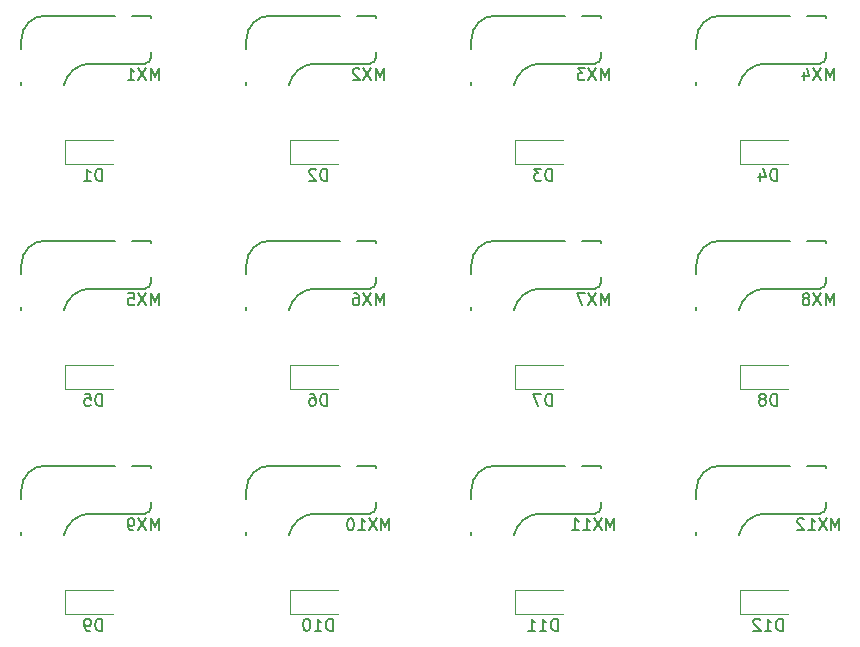
<source format=gbr>
%TF.GenerationSoftware,KiCad,Pcbnew,7.0.6-7.0.6~ubuntu22.10.1*%
%TF.CreationDate,2023-08-12T22:12:45-04:00*%
%TF.ProjectId,ZachEKeyboard,5a616368-454b-4657-9962-6f6172642e6b,rev?*%
%TF.SameCoordinates,Original*%
%TF.FileFunction,Legend,Bot*%
%TF.FilePolarity,Positive*%
%FSLAX46Y46*%
G04 Gerber Fmt 4.6, Leading zero omitted, Abs format (unit mm)*
G04 Created by KiCad (PCBNEW 7.0.6-7.0.6~ubuntu22.10.1) date 2023-08-12 22:12:45*
%MOMM*%
%LPD*%
G01*
G04 APERTURE LIST*
%ADD10C,0.150000*%
%ADD11C,0.120000*%
G04 APERTURE END LIST*
D10*
X134599404Y-101098569D02*
X134599404Y-100098569D01*
X134599404Y-100098569D02*
X134266071Y-100812854D01*
X134266071Y-100812854D02*
X133932738Y-100098569D01*
X133932738Y-100098569D02*
X133932738Y-101098569D01*
X133551785Y-100098569D02*
X132885119Y-101098569D01*
X132885119Y-100098569D02*
X133551785Y-101098569D01*
X131980357Y-101098569D02*
X132551785Y-101098569D01*
X132266071Y-101098569D02*
X132266071Y-100098569D01*
X132266071Y-100098569D02*
X132361309Y-100241426D01*
X132361309Y-100241426D02*
X132456547Y-100336664D01*
X132456547Y-100336664D02*
X132551785Y-100384283D01*
X131599404Y-100193807D02*
X131551785Y-100146188D01*
X131551785Y-100146188D02*
X131456547Y-100098569D01*
X131456547Y-100098569D02*
X131218452Y-100098569D01*
X131218452Y-100098569D02*
X131123214Y-100146188D01*
X131123214Y-100146188D02*
X131075595Y-100193807D01*
X131075595Y-100193807D02*
X131027976Y-100289045D01*
X131027976Y-100289045D02*
X131027976Y-100384283D01*
X131027976Y-100384283D02*
X131075595Y-100527140D01*
X131075595Y-100527140D02*
X131647023Y-101098569D01*
X131647023Y-101098569D02*
X131027976Y-101098569D01*
X115549404Y-101098569D02*
X115549404Y-100098569D01*
X115549404Y-100098569D02*
X115216071Y-100812854D01*
X115216071Y-100812854D02*
X114882738Y-100098569D01*
X114882738Y-100098569D02*
X114882738Y-101098569D01*
X114501785Y-100098569D02*
X113835119Y-101098569D01*
X113835119Y-100098569D02*
X114501785Y-101098569D01*
X112930357Y-101098569D02*
X113501785Y-101098569D01*
X113216071Y-101098569D02*
X113216071Y-100098569D01*
X113216071Y-100098569D02*
X113311309Y-100241426D01*
X113311309Y-100241426D02*
X113406547Y-100336664D01*
X113406547Y-100336664D02*
X113501785Y-100384283D01*
X111977976Y-101098569D02*
X112549404Y-101098569D01*
X112263690Y-101098569D02*
X112263690Y-100098569D01*
X112263690Y-100098569D02*
X112358928Y-100241426D01*
X112358928Y-100241426D02*
X112454166Y-100336664D01*
X112454166Y-100336664D02*
X112549404Y-100384283D01*
X96499404Y-101098569D02*
X96499404Y-100098569D01*
X96499404Y-100098569D02*
X96166071Y-100812854D01*
X96166071Y-100812854D02*
X95832738Y-100098569D01*
X95832738Y-100098569D02*
X95832738Y-101098569D01*
X95451785Y-100098569D02*
X94785119Y-101098569D01*
X94785119Y-100098569D02*
X95451785Y-101098569D01*
X93880357Y-101098569D02*
X94451785Y-101098569D01*
X94166071Y-101098569D02*
X94166071Y-100098569D01*
X94166071Y-100098569D02*
X94261309Y-100241426D01*
X94261309Y-100241426D02*
X94356547Y-100336664D01*
X94356547Y-100336664D02*
X94451785Y-100384283D01*
X93261309Y-100098569D02*
X93166071Y-100098569D01*
X93166071Y-100098569D02*
X93070833Y-100146188D01*
X93070833Y-100146188D02*
X93023214Y-100193807D01*
X93023214Y-100193807D02*
X92975595Y-100289045D01*
X92975595Y-100289045D02*
X92927976Y-100479521D01*
X92927976Y-100479521D02*
X92927976Y-100717616D01*
X92927976Y-100717616D02*
X92975595Y-100908092D01*
X92975595Y-100908092D02*
X93023214Y-101003330D01*
X93023214Y-101003330D02*
X93070833Y-101050950D01*
X93070833Y-101050950D02*
X93166071Y-101098569D01*
X93166071Y-101098569D02*
X93261309Y-101098569D01*
X93261309Y-101098569D02*
X93356547Y-101050950D01*
X93356547Y-101050950D02*
X93404166Y-101003330D01*
X93404166Y-101003330D02*
X93451785Y-100908092D01*
X93451785Y-100908092D02*
X93499404Y-100717616D01*
X93499404Y-100717616D02*
X93499404Y-100479521D01*
X93499404Y-100479521D02*
X93451785Y-100289045D01*
X93451785Y-100289045D02*
X93404166Y-100193807D01*
X93404166Y-100193807D02*
X93356547Y-100146188D01*
X93356547Y-100146188D02*
X93261309Y-100098569D01*
X76973213Y-101098569D02*
X76973213Y-100098569D01*
X76973213Y-100098569D02*
X76639880Y-100812854D01*
X76639880Y-100812854D02*
X76306547Y-100098569D01*
X76306547Y-100098569D02*
X76306547Y-101098569D01*
X75925594Y-100098569D02*
X75258928Y-101098569D01*
X75258928Y-100098569D02*
X75925594Y-101098569D01*
X74830356Y-101098569D02*
X74639880Y-101098569D01*
X74639880Y-101098569D02*
X74544642Y-101050950D01*
X74544642Y-101050950D02*
X74497023Y-101003330D01*
X74497023Y-101003330D02*
X74401785Y-100860473D01*
X74401785Y-100860473D02*
X74354166Y-100669997D01*
X74354166Y-100669997D02*
X74354166Y-100289045D01*
X74354166Y-100289045D02*
X74401785Y-100193807D01*
X74401785Y-100193807D02*
X74449404Y-100146188D01*
X74449404Y-100146188D02*
X74544642Y-100098569D01*
X74544642Y-100098569D02*
X74735118Y-100098569D01*
X74735118Y-100098569D02*
X74830356Y-100146188D01*
X74830356Y-100146188D02*
X74877975Y-100193807D01*
X74877975Y-100193807D02*
X74925594Y-100289045D01*
X74925594Y-100289045D02*
X74925594Y-100527140D01*
X74925594Y-100527140D02*
X74877975Y-100622378D01*
X74877975Y-100622378D02*
X74830356Y-100669997D01*
X74830356Y-100669997D02*
X74735118Y-100717616D01*
X74735118Y-100717616D02*
X74544642Y-100717616D01*
X74544642Y-100717616D02*
X74449404Y-100669997D01*
X74449404Y-100669997D02*
X74401785Y-100622378D01*
X74401785Y-100622378D02*
X74354166Y-100527140D01*
X134123213Y-82048569D02*
X134123213Y-81048569D01*
X134123213Y-81048569D02*
X133789880Y-81762854D01*
X133789880Y-81762854D02*
X133456547Y-81048569D01*
X133456547Y-81048569D02*
X133456547Y-82048569D01*
X133075594Y-81048569D02*
X132408928Y-82048569D01*
X132408928Y-81048569D02*
X133075594Y-82048569D01*
X131885118Y-81477140D02*
X131980356Y-81429521D01*
X131980356Y-81429521D02*
X132027975Y-81381902D01*
X132027975Y-81381902D02*
X132075594Y-81286664D01*
X132075594Y-81286664D02*
X132075594Y-81239045D01*
X132075594Y-81239045D02*
X132027975Y-81143807D01*
X132027975Y-81143807D02*
X131980356Y-81096188D01*
X131980356Y-81096188D02*
X131885118Y-81048569D01*
X131885118Y-81048569D02*
X131694642Y-81048569D01*
X131694642Y-81048569D02*
X131599404Y-81096188D01*
X131599404Y-81096188D02*
X131551785Y-81143807D01*
X131551785Y-81143807D02*
X131504166Y-81239045D01*
X131504166Y-81239045D02*
X131504166Y-81286664D01*
X131504166Y-81286664D02*
X131551785Y-81381902D01*
X131551785Y-81381902D02*
X131599404Y-81429521D01*
X131599404Y-81429521D02*
X131694642Y-81477140D01*
X131694642Y-81477140D02*
X131885118Y-81477140D01*
X131885118Y-81477140D02*
X131980356Y-81524759D01*
X131980356Y-81524759D02*
X132027975Y-81572378D01*
X132027975Y-81572378D02*
X132075594Y-81667616D01*
X132075594Y-81667616D02*
X132075594Y-81858092D01*
X132075594Y-81858092D02*
X132027975Y-81953330D01*
X132027975Y-81953330D02*
X131980356Y-82000950D01*
X131980356Y-82000950D02*
X131885118Y-82048569D01*
X131885118Y-82048569D02*
X131694642Y-82048569D01*
X131694642Y-82048569D02*
X131599404Y-82000950D01*
X131599404Y-82000950D02*
X131551785Y-81953330D01*
X131551785Y-81953330D02*
X131504166Y-81858092D01*
X131504166Y-81858092D02*
X131504166Y-81667616D01*
X131504166Y-81667616D02*
X131551785Y-81572378D01*
X131551785Y-81572378D02*
X131599404Y-81524759D01*
X131599404Y-81524759D02*
X131694642Y-81477140D01*
X115073213Y-82048569D02*
X115073213Y-81048569D01*
X115073213Y-81048569D02*
X114739880Y-81762854D01*
X114739880Y-81762854D02*
X114406547Y-81048569D01*
X114406547Y-81048569D02*
X114406547Y-82048569D01*
X114025594Y-81048569D02*
X113358928Y-82048569D01*
X113358928Y-81048569D02*
X114025594Y-82048569D01*
X113073213Y-81048569D02*
X112406547Y-81048569D01*
X112406547Y-81048569D02*
X112835118Y-82048569D01*
X96023213Y-82048569D02*
X96023213Y-81048569D01*
X96023213Y-81048569D02*
X95689880Y-81762854D01*
X95689880Y-81762854D02*
X95356547Y-81048569D01*
X95356547Y-81048569D02*
X95356547Y-82048569D01*
X94975594Y-81048569D02*
X94308928Y-82048569D01*
X94308928Y-81048569D02*
X94975594Y-82048569D01*
X93499404Y-81048569D02*
X93689880Y-81048569D01*
X93689880Y-81048569D02*
X93785118Y-81096188D01*
X93785118Y-81096188D02*
X93832737Y-81143807D01*
X93832737Y-81143807D02*
X93927975Y-81286664D01*
X93927975Y-81286664D02*
X93975594Y-81477140D01*
X93975594Y-81477140D02*
X93975594Y-81858092D01*
X93975594Y-81858092D02*
X93927975Y-81953330D01*
X93927975Y-81953330D02*
X93880356Y-82000950D01*
X93880356Y-82000950D02*
X93785118Y-82048569D01*
X93785118Y-82048569D02*
X93594642Y-82048569D01*
X93594642Y-82048569D02*
X93499404Y-82000950D01*
X93499404Y-82000950D02*
X93451785Y-81953330D01*
X93451785Y-81953330D02*
X93404166Y-81858092D01*
X93404166Y-81858092D02*
X93404166Y-81619997D01*
X93404166Y-81619997D02*
X93451785Y-81524759D01*
X93451785Y-81524759D02*
X93499404Y-81477140D01*
X93499404Y-81477140D02*
X93594642Y-81429521D01*
X93594642Y-81429521D02*
X93785118Y-81429521D01*
X93785118Y-81429521D02*
X93880356Y-81477140D01*
X93880356Y-81477140D02*
X93927975Y-81524759D01*
X93927975Y-81524759D02*
X93975594Y-81619997D01*
X76973213Y-82048569D02*
X76973213Y-81048569D01*
X76973213Y-81048569D02*
X76639880Y-81762854D01*
X76639880Y-81762854D02*
X76306547Y-81048569D01*
X76306547Y-81048569D02*
X76306547Y-82048569D01*
X75925594Y-81048569D02*
X75258928Y-82048569D01*
X75258928Y-81048569D02*
X75925594Y-82048569D01*
X74401785Y-81048569D02*
X74877975Y-81048569D01*
X74877975Y-81048569D02*
X74925594Y-81524759D01*
X74925594Y-81524759D02*
X74877975Y-81477140D01*
X74877975Y-81477140D02*
X74782737Y-81429521D01*
X74782737Y-81429521D02*
X74544642Y-81429521D01*
X74544642Y-81429521D02*
X74449404Y-81477140D01*
X74449404Y-81477140D02*
X74401785Y-81524759D01*
X74401785Y-81524759D02*
X74354166Y-81619997D01*
X74354166Y-81619997D02*
X74354166Y-81858092D01*
X74354166Y-81858092D02*
X74401785Y-81953330D01*
X74401785Y-81953330D02*
X74449404Y-82000950D01*
X74449404Y-82000950D02*
X74544642Y-82048569D01*
X74544642Y-82048569D02*
X74782737Y-82048569D01*
X74782737Y-82048569D02*
X74877975Y-82000950D01*
X74877975Y-82000950D02*
X74925594Y-81953330D01*
X134123213Y-62998569D02*
X134123213Y-61998569D01*
X134123213Y-61998569D02*
X133789880Y-62712854D01*
X133789880Y-62712854D02*
X133456547Y-61998569D01*
X133456547Y-61998569D02*
X133456547Y-62998569D01*
X133075594Y-61998569D02*
X132408928Y-62998569D01*
X132408928Y-61998569D02*
X133075594Y-62998569D01*
X131599404Y-62331902D02*
X131599404Y-62998569D01*
X131837499Y-61950950D02*
X132075594Y-62665235D01*
X132075594Y-62665235D02*
X131456547Y-62665235D01*
X115073213Y-62998569D02*
X115073213Y-61998569D01*
X115073213Y-61998569D02*
X114739880Y-62712854D01*
X114739880Y-62712854D02*
X114406547Y-61998569D01*
X114406547Y-61998569D02*
X114406547Y-62998569D01*
X114025594Y-61998569D02*
X113358928Y-62998569D01*
X113358928Y-61998569D02*
X114025594Y-62998569D01*
X113073213Y-61998569D02*
X112454166Y-61998569D01*
X112454166Y-61998569D02*
X112787499Y-62379521D01*
X112787499Y-62379521D02*
X112644642Y-62379521D01*
X112644642Y-62379521D02*
X112549404Y-62427140D01*
X112549404Y-62427140D02*
X112501785Y-62474759D01*
X112501785Y-62474759D02*
X112454166Y-62569997D01*
X112454166Y-62569997D02*
X112454166Y-62808092D01*
X112454166Y-62808092D02*
X112501785Y-62903330D01*
X112501785Y-62903330D02*
X112549404Y-62950950D01*
X112549404Y-62950950D02*
X112644642Y-62998569D01*
X112644642Y-62998569D02*
X112930356Y-62998569D01*
X112930356Y-62998569D02*
X113025594Y-62950950D01*
X113025594Y-62950950D02*
X113073213Y-62903330D01*
X96023213Y-62998569D02*
X96023213Y-61998569D01*
X96023213Y-61998569D02*
X95689880Y-62712854D01*
X95689880Y-62712854D02*
X95356547Y-61998569D01*
X95356547Y-61998569D02*
X95356547Y-62998569D01*
X94975594Y-61998569D02*
X94308928Y-62998569D01*
X94308928Y-61998569D02*
X94975594Y-62998569D01*
X93975594Y-62093807D02*
X93927975Y-62046188D01*
X93927975Y-62046188D02*
X93832737Y-61998569D01*
X93832737Y-61998569D02*
X93594642Y-61998569D01*
X93594642Y-61998569D02*
X93499404Y-62046188D01*
X93499404Y-62046188D02*
X93451785Y-62093807D01*
X93451785Y-62093807D02*
X93404166Y-62189045D01*
X93404166Y-62189045D02*
X93404166Y-62284283D01*
X93404166Y-62284283D02*
X93451785Y-62427140D01*
X93451785Y-62427140D02*
X94023213Y-62998569D01*
X94023213Y-62998569D02*
X93404166Y-62998569D01*
X76973213Y-62998569D02*
X76973213Y-61998569D01*
X76973213Y-61998569D02*
X76639880Y-62712854D01*
X76639880Y-62712854D02*
X76306547Y-61998569D01*
X76306547Y-61998569D02*
X76306547Y-62998569D01*
X75925594Y-61998569D02*
X75258928Y-62998569D01*
X75258928Y-61998569D02*
X75925594Y-62998569D01*
X74354166Y-62998569D02*
X74925594Y-62998569D01*
X74639880Y-62998569D02*
X74639880Y-61998569D01*
X74639880Y-61998569D02*
X74735118Y-62141426D01*
X74735118Y-62141426D02*
X74830356Y-62236664D01*
X74830356Y-62236664D02*
X74925594Y-62284283D01*
X129801785Y-109611069D02*
X129801785Y-108611069D01*
X129801785Y-108611069D02*
X129563690Y-108611069D01*
X129563690Y-108611069D02*
X129420833Y-108658688D01*
X129420833Y-108658688D02*
X129325595Y-108753926D01*
X129325595Y-108753926D02*
X129277976Y-108849164D01*
X129277976Y-108849164D02*
X129230357Y-109039640D01*
X129230357Y-109039640D02*
X129230357Y-109182497D01*
X129230357Y-109182497D02*
X129277976Y-109372973D01*
X129277976Y-109372973D02*
X129325595Y-109468211D01*
X129325595Y-109468211D02*
X129420833Y-109563450D01*
X129420833Y-109563450D02*
X129563690Y-109611069D01*
X129563690Y-109611069D02*
X129801785Y-109611069D01*
X128277976Y-109611069D02*
X128849404Y-109611069D01*
X128563690Y-109611069D02*
X128563690Y-108611069D01*
X128563690Y-108611069D02*
X128658928Y-108753926D01*
X128658928Y-108753926D02*
X128754166Y-108849164D01*
X128754166Y-108849164D02*
X128849404Y-108896783D01*
X127897023Y-108706307D02*
X127849404Y-108658688D01*
X127849404Y-108658688D02*
X127754166Y-108611069D01*
X127754166Y-108611069D02*
X127516071Y-108611069D01*
X127516071Y-108611069D02*
X127420833Y-108658688D01*
X127420833Y-108658688D02*
X127373214Y-108706307D01*
X127373214Y-108706307D02*
X127325595Y-108801545D01*
X127325595Y-108801545D02*
X127325595Y-108896783D01*
X127325595Y-108896783D02*
X127373214Y-109039640D01*
X127373214Y-109039640D02*
X127944642Y-109611069D01*
X127944642Y-109611069D02*
X127325595Y-109611069D01*
X110751785Y-109611069D02*
X110751785Y-108611069D01*
X110751785Y-108611069D02*
X110513690Y-108611069D01*
X110513690Y-108611069D02*
X110370833Y-108658688D01*
X110370833Y-108658688D02*
X110275595Y-108753926D01*
X110275595Y-108753926D02*
X110227976Y-108849164D01*
X110227976Y-108849164D02*
X110180357Y-109039640D01*
X110180357Y-109039640D02*
X110180357Y-109182497D01*
X110180357Y-109182497D02*
X110227976Y-109372973D01*
X110227976Y-109372973D02*
X110275595Y-109468211D01*
X110275595Y-109468211D02*
X110370833Y-109563450D01*
X110370833Y-109563450D02*
X110513690Y-109611069D01*
X110513690Y-109611069D02*
X110751785Y-109611069D01*
X109227976Y-109611069D02*
X109799404Y-109611069D01*
X109513690Y-109611069D02*
X109513690Y-108611069D01*
X109513690Y-108611069D02*
X109608928Y-108753926D01*
X109608928Y-108753926D02*
X109704166Y-108849164D01*
X109704166Y-108849164D02*
X109799404Y-108896783D01*
X108275595Y-109611069D02*
X108847023Y-109611069D01*
X108561309Y-109611069D02*
X108561309Y-108611069D01*
X108561309Y-108611069D02*
X108656547Y-108753926D01*
X108656547Y-108753926D02*
X108751785Y-108849164D01*
X108751785Y-108849164D02*
X108847023Y-108896783D01*
X91701785Y-109611069D02*
X91701785Y-108611069D01*
X91701785Y-108611069D02*
X91463690Y-108611069D01*
X91463690Y-108611069D02*
X91320833Y-108658688D01*
X91320833Y-108658688D02*
X91225595Y-108753926D01*
X91225595Y-108753926D02*
X91177976Y-108849164D01*
X91177976Y-108849164D02*
X91130357Y-109039640D01*
X91130357Y-109039640D02*
X91130357Y-109182497D01*
X91130357Y-109182497D02*
X91177976Y-109372973D01*
X91177976Y-109372973D02*
X91225595Y-109468211D01*
X91225595Y-109468211D02*
X91320833Y-109563450D01*
X91320833Y-109563450D02*
X91463690Y-109611069D01*
X91463690Y-109611069D02*
X91701785Y-109611069D01*
X90177976Y-109611069D02*
X90749404Y-109611069D01*
X90463690Y-109611069D02*
X90463690Y-108611069D01*
X90463690Y-108611069D02*
X90558928Y-108753926D01*
X90558928Y-108753926D02*
X90654166Y-108849164D01*
X90654166Y-108849164D02*
X90749404Y-108896783D01*
X89558928Y-108611069D02*
X89463690Y-108611069D01*
X89463690Y-108611069D02*
X89368452Y-108658688D01*
X89368452Y-108658688D02*
X89320833Y-108706307D01*
X89320833Y-108706307D02*
X89273214Y-108801545D01*
X89273214Y-108801545D02*
X89225595Y-108992021D01*
X89225595Y-108992021D02*
X89225595Y-109230116D01*
X89225595Y-109230116D02*
X89273214Y-109420592D01*
X89273214Y-109420592D02*
X89320833Y-109515830D01*
X89320833Y-109515830D02*
X89368452Y-109563450D01*
X89368452Y-109563450D02*
X89463690Y-109611069D01*
X89463690Y-109611069D02*
X89558928Y-109611069D01*
X89558928Y-109611069D02*
X89654166Y-109563450D01*
X89654166Y-109563450D02*
X89701785Y-109515830D01*
X89701785Y-109515830D02*
X89749404Y-109420592D01*
X89749404Y-109420592D02*
X89797023Y-109230116D01*
X89797023Y-109230116D02*
X89797023Y-108992021D01*
X89797023Y-108992021D02*
X89749404Y-108801545D01*
X89749404Y-108801545D02*
X89701785Y-108706307D01*
X89701785Y-108706307D02*
X89654166Y-108658688D01*
X89654166Y-108658688D02*
X89558928Y-108611069D01*
X72175594Y-109611069D02*
X72175594Y-108611069D01*
X72175594Y-108611069D02*
X71937499Y-108611069D01*
X71937499Y-108611069D02*
X71794642Y-108658688D01*
X71794642Y-108658688D02*
X71699404Y-108753926D01*
X71699404Y-108753926D02*
X71651785Y-108849164D01*
X71651785Y-108849164D02*
X71604166Y-109039640D01*
X71604166Y-109039640D02*
X71604166Y-109182497D01*
X71604166Y-109182497D02*
X71651785Y-109372973D01*
X71651785Y-109372973D02*
X71699404Y-109468211D01*
X71699404Y-109468211D02*
X71794642Y-109563450D01*
X71794642Y-109563450D02*
X71937499Y-109611069D01*
X71937499Y-109611069D02*
X72175594Y-109611069D01*
X71127975Y-109611069D02*
X70937499Y-109611069D01*
X70937499Y-109611069D02*
X70842261Y-109563450D01*
X70842261Y-109563450D02*
X70794642Y-109515830D01*
X70794642Y-109515830D02*
X70699404Y-109372973D01*
X70699404Y-109372973D02*
X70651785Y-109182497D01*
X70651785Y-109182497D02*
X70651785Y-108801545D01*
X70651785Y-108801545D02*
X70699404Y-108706307D01*
X70699404Y-108706307D02*
X70747023Y-108658688D01*
X70747023Y-108658688D02*
X70842261Y-108611069D01*
X70842261Y-108611069D02*
X71032737Y-108611069D01*
X71032737Y-108611069D02*
X71127975Y-108658688D01*
X71127975Y-108658688D02*
X71175594Y-108706307D01*
X71175594Y-108706307D02*
X71223213Y-108801545D01*
X71223213Y-108801545D02*
X71223213Y-109039640D01*
X71223213Y-109039640D02*
X71175594Y-109134878D01*
X71175594Y-109134878D02*
X71127975Y-109182497D01*
X71127975Y-109182497D02*
X71032737Y-109230116D01*
X71032737Y-109230116D02*
X70842261Y-109230116D01*
X70842261Y-109230116D02*
X70747023Y-109182497D01*
X70747023Y-109182497D02*
X70699404Y-109134878D01*
X70699404Y-109134878D02*
X70651785Y-109039640D01*
X129325594Y-90561069D02*
X129325594Y-89561069D01*
X129325594Y-89561069D02*
X129087499Y-89561069D01*
X129087499Y-89561069D02*
X128944642Y-89608688D01*
X128944642Y-89608688D02*
X128849404Y-89703926D01*
X128849404Y-89703926D02*
X128801785Y-89799164D01*
X128801785Y-89799164D02*
X128754166Y-89989640D01*
X128754166Y-89989640D02*
X128754166Y-90132497D01*
X128754166Y-90132497D02*
X128801785Y-90322973D01*
X128801785Y-90322973D02*
X128849404Y-90418211D01*
X128849404Y-90418211D02*
X128944642Y-90513450D01*
X128944642Y-90513450D02*
X129087499Y-90561069D01*
X129087499Y-90561069D02*
X129325594Y-90561069D01*
X128182737Y-89989640D02*
X128277975Y-89942021D01*
X128277975Y-89942021D02*
X128325594Y-89894402D01*
X128325594Y-89894402D02*
X128373213Y-89799164D01*
X128373213Y-89799164D02*
X128373213Y-89751545D01*
X128373213Y-89751545D02*
X128325594Y-89656307D01*
X128325594Y-89656307D02*
X128277975Y-89608688D01*
X128277975Y-89608688D02*
X128182737Y-89561069D01*
X128182737Y-89561069D02*
X127992261Y-89561069D01*
X127992261Y-89561069D02*
X127897023Y-89608688D01*
X127897023Y-89608688D02*
X127849404Y-89656307D01*
X127849404Y-89656307D02*
X127801785Y-89751545D01*
X127801785Y-89751545D02*
X127801785Y-89799164D01*
X127801785Y-89799164D02*
X127849404Y-89894402D01*
X127849404Y-89894402D02*
X127897023Y-89942021D01*
X127897023Y-89942021D02*
X127992261Y-89989640D01*
X127992261Y-89989640D02*
X128182737Y-89989640D01*
X128182737Y-89989640D02*
X128277975Y-90037259D01*
X128277975Y-90037259D02*
X128325594Y-90084878D01*
X128325594Y-90084878D02*
X128373213Y-90180116D01*
X128373213Y-90180116D02*
X128373213Y-90370592D01*
X128373213Y-90370592D02*
X128325594Y-90465830D01*
X128325594Y-90465830D02*
X128277975Y-90513450D01*
X128277975Y-90513450D02*
X128182737Y-90561069D01*
X128182737Y-90561069D02*
X127992261Y-90561069D01*
X127992261Y-90561069D02*
X127897023Y-90513450D01*
X127897023Y-90513450D02*
X127849404Y-90465830D01*
X127849404Y-90465830D02*
X127801785Y-90370592D01*
X127801785Y-90370592D02*
X127801785Y-90180116D01*
X127801785Y-90180116D02*
X127849404Y-90084878D01*
X127849404Y-90084878D02*
X127897023Y-90037259D01*
X127897023Y-90037259D02*
X127992261Y-89989640D01*
X110275594Y-90561069D02*
X110275594Y-89561069D01*
X110275594Y-89561069D02*
X110037499Y-89561069D01*
X110037499Y-89561069D02*
X109894642Y-89608688D01*
X109894642Y-89608688D02*
X109799404Y-89703926D01*
X109799404Y-89703926D02*
X109751785Y-89799164D01*
X109751785Y-89799164D02*
X109704166Y-89989640D01*
X109704166Y-89989640D02*
X109704166Y-90132497D01*
X109704166Y-90132497D02*
X109751785Y-90322973D01*
X109751785Y-90322973D02*
X109799404Y-90418211D01*
X109799404Y-90418211D02*
X109894642Y-90513450D01*
X109894642Y-90513450D02*
X110037499Y-90561069D01*
X110037499Y-90561069D02*
X110275594Y-90561069D01*
X109370832Y-89561069D02*
X108704166Y-89561069D01*
X108704166Y-89561069D02*
X109132737Y-90561069D01*
X91225594Y-90561069D02*
X91225594Y-89561069D01*
X91225594Y-89561069D02*
X90987499Y-89561069D01*
X90987499Y-89561069D02*
X90844642Y-89608688D01*
X90844642Y-89608688D02*
X90749404Y-89703926D01*
X90749404Y-89703926D02*
X90701785Y-89799164D01*
X90701785Y-89799164D02*
X90654166Y-89989640D01*
X90654166Y-89989640D02*
X90654166Y-90132497D01*
X90654166Y-90132497D02*
X90701785Y-90322973D01*
X90701785Y-90322973D02*
X90749404Y-90418211D01*
X90749404Y-90418211D02*
X90844642Y-90513450D01*
X90844642Y-90513450D02*
X90987499Y-90561069D01*
X90987499Y-90561069D02*
X91225594Y-90561069D01*
X89797023Y-89561069D02*
X89987499Y-89561069D01*
X89987499Y-89561069D02*
X90082737Y-89608688D01*
X90082737Y-89608688D02*
X90130356Y-89656307D01*
X90130356Y-89656307D02*
X90225594Y-89799164D01*
X90225594Y-89799164D02*
X90273213Y-89989640D01*
X90273213Y-89989640D02*
X90273213Y-90370592D01*
X90273213Y-90370592D02*
X90225594Y-90465830D01*
X90225594Y-90465830D02*
X90177975Y-90513450D01*
X90177975Y-90513450D02*
X90082737Y-90561069D01*
X90082737Y-90561069D02*
X89892261Y-90561069D01*
X89892261Y-90561069D02*
X89797023Y-90513450D01*
X89797023Y-90513450D02*
X89749404Y-90465830D01*
X89749404Y-90465830D02*
X89701785Y-90370592D01*
X89701785Y-90370592D02*
X89701785Y-90132497D01*
X89701785Y-90132497D02*
X89749404Y-90037259D01*
X89749404Y-90037259D02*
X89797023Y-89989640D01*
X89797023Y-89989640D02*
X89892261Y-89942021D01*
X89892261Y-89942021D02*
X90082737Y-89942021D01*
X90082737Y-89942021D02*
X90177975Y-89989640D01*
X90177975Y-89989640D02*
X90225594Y-90037259D01*
X90225594Y-90037259D02*
X90273213Y-90132497D01*
X72175594Y-90561069D02*
X72175594Y-89561069D01*
X72175594Y-89561069D02*
X71937499Y-89561069D01*
X71937499Y-89561069D02*
X71794642Y-89608688D01*
X71794642Y-89608688D02*
X71699404Y-89703926D01*
X71699404Y-89703926D02*
X71651785Y-89799164D01*
X71651785Y-89799164D02*
X71604166Y-89989640D01*
X71604166Y-89989640D02*
X71604166Y-90132497D01*
X71604166Y-90132497D02*
X71651785Y-90322973D01*
X71651785Y-90322973D02*
X71699404Y-90418211D01*
X71699404Y-90418211D02*
X71794642Y-90513450D01*
X71794642Y-90513450D02*
X71937499Y-90561069D01*
X71937499Y-90561069D02*
X72175594Y-90561069D01*
X70699404Y-89561069D02*
X71175594Y-89561069D01*
X71175594Y-89561069D02*
X71223213Y-90037259D01*
X71223213Y-90037259D02*
X71175594Y-89989640D01*
X71175594Y-89989640D02*
X71080356Y-89942021D01*
X71080356Y-89942021D02*
X70842261Y-89942021D01*
X70842261Y-89942021D02*
X70747023Y-89989640D01*
X70747023Y-89989640D02*
X70699404Y-90037259D01*
X70699404Y-90037259D02*
X70651785Y-90132497D01*
X70651785Y-90132497D02*
X70651785Y-90370592D01*
X70651785Y-90370592D02*
X70699404Y-90465830D01*
X70699404Y-90465830D02*
X70747023Y-90513450D01*
X70747023Y-90513450D02*
X70842261Y-90561069D01*
X70842261Y-90561069D02*
X71080356Y-90561069D01*
X71080356Y-90561069D02*
X71175594Y-90513450D01*
X71175594Y-90513450D02*
X71223213Y-90465830D01*
X129325594Y-71511069D02*
X129325594Y-70511069D01*
X129325594Y-70511069D02*
X129087499Y-70511069D01*
X129087499Y-70511069D02*
X128944642Y-70558688D01*
X128944642Y-70558688D02*
X128849404Y-70653926D01*
X128849404Y-70653926D02*
X128801785Y-70749164D01*
X128801785Y-70749164D02*
X128754166Y-70939640D01*
X128754166Y-70939640D02*
X128754166Y-71082497D01*
X128754166Y-71082497D02*
X128801785Y-71272973D01*
X128801785Y-71272973D02*
X128849404Y-71368211D01*
X128849404Y-71368211D02*
X128944642Y-71463450D01*
X128944642Y-71463450D02*
X129087499Y-71511069D01*
X129087499Y-71511069D02*
X129325594Y-71511069D01*
X127897023Y-70844402D02*
X127897023Y-71511069D01*
X128135118Y-70463450D02*
X128373213Y-71177735D01*
X128373213Y-71177735D02*
X127754166Y-71177735D01*
X110275594Y-71511069D02*
X110275594Y-70511069D01*
X110275594Y-70511069D02*
X110037499Y-70511069D01*
X110037499Y-70511069D02*
X109894642Y-70558688D01*
X109894642Y-70558688D02*
X109799404Y-70653926D01*
X109799404Y-70653926D02*
X109751785Y-70749164D01*
X109751785Y-70749164D02*
X109704166Y-70939640D01*
X109704166Y-70939640D02*
X109704166Y-71082497D01*
X109704166Y-71082497D02*
X109751785Y-71272973D01*
X109751785Y-71272973D02*
X109799404Y-71368211D01*
X109799404Y-71368211D02*
X109894642Y-71463450D01*
X109894642Y-71463450D02*
X110037499Y-71511069D01*
X110037499Y-71511069D02*
X110275594Y-71511069D01*
X109370832Y-70511069D02*
X108751785Y-70511069D01*
X108751785Y-70511069D02*
X109085118Y-70892021D01*
X109085118Y-70892021D02*
X108942261Y-70892021D01*
X108942261Y-70892021D02*
X108847023Y-70939640D01*
X108847023Y-70939640D02*
X108799404Y-70987259D01*
X108799404Y-70987259D02*
X108751785Y-71082497D01*
X108751785Y-71082497D02*
X108751785Y-71320592D01*
X108751785Y-71320592D02*
X108799404Y-71415830D01*
X108799404Y-71415830D02*
X108847023Y-71463450D01*
X108847023Y-71463450D02*
X108942261Y-71511069D01*
X108942261Y-71511069D02*
X109227975Y-71511069D01*
X109227975Y-71511069D02*
X109323213Y-71463450D01*
X109323213Y-71463450D02*
X109370832Y-71415830D01*
X91225594Y-71511069D02*
X91225594Y-70511069D01*
X91225594Y-70511069D02*
X90987499Y-70511069D01*
X90987499Y-70511069D02*
X90844642Y-70558688D01*
X90844642Y-70558688D02*
X90749404Y-70653926D01*
X90749404Y-70653926D02*
X90701785Y-70749164D01*
X90701785Y-70749164D02*
X90654166Y-70939640D01*
X90654166Y-70939640D02*
X90654166Y-71082497D01*
X90654166Y-71082497D02*
X90701785Y-71272973D01*
X90701785Y-71272973D02*
X90749404Y-71368211D01*
X90749404Y-71368211D02*
X90844642Y-71463450D01*
X90844642Y-71463450D02*
X90987499Y-71511069D01*
X90987499Y-71511069D02*
X91225594Y-71511069D01*
X90273213Y-70606307D02*
X90225594Y-70558688D01*
X90225594Y-70558688D02*
X90130356Y-70511069D01*
X90130356Y-70511069D02*
X89892261Y-70511069D01*
X89892261Y-70511069D02*
X89797023Y-70558688D01*
X89797023Y-70558688D02*
X89749404Y-70606307D01*
X89749404Y-70606307D02*
X89701785Y-70701545D01*
X89701785Y-70701545D02*
X89701785Y-70796783D01*
X89701785Y-70796783D02*
X89749404Y-70939640D01*
X89749404Y-70939640D02*
X90320832Y-71511069D01*
X90320832Y-71511069D02*
X89701785Y-71511069D01*
X72175594Y-71511069D02*
X72175594Y-70511069D01*
X72175594Y-70511069D02*
X71937499Y-70511069D01*
X71937499Y-70511069D02*
X71794642Y-70558688D01*
X71794642Y-70558688D02*
X71699404Y-70653926D01*
X71699404Y-70653926D02*
X71651785Y-70749164D01*
X71651785Y-70749164D02*
X71604166Y-70939640D01*
X71604166Y-70939640D02*
X71604166Y-71082497D01*
X71604166Y-71082497D02*
X71651785Y-71272973D01*
X71651785Y-71272973D02*
X71699404Y-71368211D01*
X71699404Y-71368211D02*
X71794642Y-71463450D01*
X71794642Y-71463450D02*
X71937499Y-71511069D01*
X71937499Y-71511069D02*
X72175594Y-71511069D01*
X70651785Y-71511069D02*
X71223213Y-71511069D01*
X70937499Y-71511069D02*
X70937499Y-70511069D01*
X70937499Y-70511069D02*
X71032737Y-70653926D01*
X71032737Y-70653926D02*
X71127975Y-70749164D01*
X71127975Y-70749164D02*
X71223213Y-70796783D01*
%TO.C,MX12*%
X124502324Y-95643534D02*
G75*
G03*
X122502324Y-97643530I-4J-1999996D01*
G01*
X128387500Y-99693531D02*
G75*
G03*
X126093179Y-101533530I-866J-2349331D01*
G01*
X132952324Y-99693530D02*
G75*
G03*
X133452324Y-99193530I-1J500001D01*
G01*
X122502324Y-101293530D02*
X122502324Y-101533530D01*
X122502324Y-98443530D02*
X122502324Y-97643530D01*
X124502324Y-95643530D02*
X130402324Y-95643530D01*
X131902324Y-95643530D02*
X133452324Y-95643530D01*
X132952324Y-99693530D02*
X128387500Y-99693530D01*
X133452324Y-98723530D02*
X133452324Y-99193530D01*
X133452324Y-95643530D02*
X133452324Y-95873530D01*
%TO.C,MX11*%
X105452324Y-95643534D02*
G75*
G03*
X103452324Y-97643530I-4J-1999996D01*
G01*
X109337500Y-99693531D02*
G75*
G03*
X107043179Y-101533530I-866J-2349331D01*
G01*
X113902324Y-99693530D02*
G75*
G03*
X114402324Y-99193530I-1J500001D01*
G01*
X103452324Y-101293530D02*
X103452324Y-101533530D01*
X103452324Y-98443530D02*
X103452324Y-97643530D01*
X105452324Y-95643530D02*
X111352324Y-95643530D01*
X112852324Y-95643530D02*
X114402324Y-95643530D01*
X113902324Y-99693530D02*
X109337500Y-99693530D01*
X114402324Y-98723530D02*
X114402324Y-99193530D01*
X114402324Y-95643530D02*
X114402324Y-95873530D01*
%TO.C,MX10*%
X86402324Y-95643534D02*
G75*
G03*
X84402324Y-97643530I-4J-1999996D01*
G01*
X90287500Y-99693531D02*
G75*
G03*
X87993179Y-101533530I-866J-2349331D01*
G01*
X94852324Y-99693530D02*
G75*
G03*
X95352324Y-99193530I-1J500001D01*
G01*
X84402324Y-101293530D02*
X84402324Y-101533530D01*
X84402324Y-98443530D02*
X84402324Y-97643530D01*
X86402324Y-95643530D02*
X92302324Y-95643530D01*
X93802324Y-95643530D02*
X95352324Y-95643530D01*
X94852324Y-99693530D02*
X90287500Y-99693530D01*
X95352324Y-98723530D02*
X95352324Y-99193530D01*
X95352324Y-95643530D02*
X95352324Y-95873530D01*
%TO.C,MX9*%
X67352324Y-95643534D02*
G75*
G03*
X65352324Y-97643530I-4J-1999996D01*
G01*
X71237500Y-99693531D02*
G75*
G03*
X68943179Y-101533530I-866J-2349331D01*
G01*
X75802324Y-99693530D02*
G75*
G03*
X76302324Y-99193530I-1J500001D01*
G01*
X65352324Y-101293530D02*
X65352324Y-101533530D01*
X65352324Y-98443530D02*
X65352324Y-97643530D01*
X67352324Y-95643530D02*
X73252324Y-95643530D01*
X74752324Y-95643530D02*
X76302324Y-95643530D01*
X75802324Y-99693530D02*
X71237500Y-99693530D01*
X76302324Y-98723530D02*
X76302324Y-99193530D01*
X76302324Y-95643530D02*
X76302324Y-95873530D01*
%TO.C,MX8*%
X124502324Y-76593534D02*
G75*
G03*
X122502324Y-78593530I-4J-1999996D01*
G01*
X128387500Y-80643531D02*
G75*
G03*
X126093179Y-82483530I-866J-2349331D01*
G01*
X132952324Y-80643530D02*
G75*
G03*
X133452324Y-80143530I-1J500001D01*
G01*
X122502324Y-82243530D02*
X122502324Y-82483530D01*
X122502324Y-79393530D02*
X122502324Y-78593530D01*
X124502324Y-76593530D02*
X130402324Y-76593530D01*
X131902324Y-76593530D02*
X133452324Y-76593530D01*
X132952324Y-80643530D02*
X128387500Y-80643530D01*
X133452324Y-79673530D02*
X133452324Y-80143530D01*
X133452324Y-76593530D02*
X133452324Y-76823530D01*
%TO.C,MX7*%
X105452324Y-76593534D02*
G75*
G03*
X103452324Y-78593530I-4J-1999996D01*
G01*
X109337500Y-80643531D02*
G75*
G03*
X107043179Y-82483530I-866J-2349331D01*
G01*
X113902324Y-80643530D02*
G75*
G03*
X114402324Y-80143530I-1J500001D01*
G01*
X103452324Y-82243530D02*
X103452324Y-82483530D01*
X103452324Y-79393530D02*
X103452324Y-78593530D01*
X105452324Y-76593530D02*
X111352324Y-76593530D01*
X112852324Y-76593530D02*
X114402324Y-76593530D01*
X113902324Y-80643530D02*
X109337500Y-80643530D01*
X114402324Y-79673530D02*
X114402324Y-80143530D01*
X114402324Y-76593530D02*
X114402324Y-76823530D01*
%TO.C,MX6*%
X86402324Y-76593534D02*
G75*
G03*
X84402324Y-78593530I-4J-1999996D01*
G01*
X90287500Y-80643531D02*
G75*
G03*
X87993179Y-82483530I-866J-2349331D01*
G01*
X94852324Y-80643530D02*
G75*
G03*
X95352324Y-80143530I-1J500001D01*
G01*
X84402324Y-82243530D02*
X84402324Y-82483530D01*
X84402324Y-79393530D02*
X84402324Y-78593530D01*
X86402324Y-76593530D02*
X92302324Y-76593530D01*
X93802324Y-76593530D02*
X95352324Y-76593530D01*
X94852324Y-80643530D02*
X90287500Y-80643530D01*
X95352324Y-79673530D02*
X95352324Y-80143530D01*
X95352324Y-76593530D02*
X95352324Y-76823530D01*
%TO.C,MX5*%
X67352324Y-76593534D02*
G75*
G03*
X65352324Y-78593530I-4J-1999996D01*
G01*
X71237500Y-80643531D02*
G75*
G03*
X68943179Y-82483530I-866J-2349331D01*
G01*
X75802324Y-80643530D02*
G75*
G03*
X76302324Y-80143530I-1J500001D01*
G01*
X65352324Y-82243530D02*
X65352324Y-82483530D01*
X65352324Y-79393530D02*
X65352324Y-78593530D01*
X67352324Y-76593530D02*
X73252324Y-76593530D01*
X74752324Y-76593530D02*
X76302324Y-76593530D01*
X75802324Y-80643530D02*
X71237500Y-80643530D01*
X76302324Y-79673530D02*
X76302324Y-80143530D01*
X76302324Y-76593530D02*
X76302324Y-76823530D01*
%TO.C,MX4*%
X124502324Y-57543534D02*
G75*
G03*
X122502324Y-59543530I-4J-1999996D01*
G01*
X128387500Y-61593531D02*
G75*
G03*
X126093179Y-63433530I-866J-2349331D01*
G01*
X132952324Y-61593530D02*
G75*
G03*
X133452324Y-61093530I-1J500001D01*
G01*
X122502324Y-63193530D02*
X122502324Y-63433530D01*
X122502324Y-60343530D02*
X122502324Y-59543530D01*
X124502324Y-57543530D02*
X130402324Y-57543530D01*
X131902324Y-57543530D02*
X133452324Y-57543530D01*
X132952324Y-61593530D02*
X128387500Y-61593530D01*
X133452324Y-60623530D02*
X133452324Y-61093530D01*
X133452324Y-57543530D02*
X133452324Y-57773530D01*
%TO.C,MX3*%
X105452324Y-57543534D02*
G75*
G03*
X103452324Y-59543530I-4J-1999996D01*
G01*
X109337500Y-61593531D02*
G75*
G03*
X107043179Y-63433530I-866J-2349331D01*
G01*
X113902324Y-61593530D02*
G75*
G03*
X114402324Y-61093530I-1J500001D01*
G01*
X103452324Y-63193530D02*
X103452324Y-63433530D01*
X103452324Y-60343530D02*
X103452324Y-59543530D01*
X105452324Y-57543530D02*
X111352324Y-57543530D01*
X112852324Y-57543530D02*
X114402324Y-57543530D01*
X113902324Y-61593530D02*
X109337500Y-61593530D01*
X114402324Y-60623530D02*
X114402324Y-61093530D01*
X114402324Y-57543530D02*
X114402324Y-57773530D01*
%TO.C,MX2*%
X86402324Y-57543534D02*
G75*
G03*
X84402324Y-59543530I-4J-1999996D01*
G01*
X90287500Y-61593531D02*
G75*
G03*
X87993179Y-63433530I-866J-2349331D01*
G01*
X94852324Y-61593530D02*
G75*
G03*
X95352324Y-61093530I-1J500001D01*
G01*
X84402324Y-63193530D02*
X84402324Y-63433530D01*
X84402324Y-60343530D02*
X84402324Y-59543530D01*
X86402324Y-57543530D02*
X92302324Y-57543530D01*
X93802324Y-57543530D02*
X95352324Y-57543530D01*
X94852324Y-61593530D02*
X90287500Y-61593530D01*
X95352324Y-60623530D02*
X95352324Y-61093530D01*
X95352324Y-57543530D02*
X95352324Y-57773530D01*
%TO.C,MX1*%
X67352324Y-57543534D02*
G75*
G03*
X65352324Y-59543530I-4J-1999996D01*
G01*
X71237500Y-61593531D02*
G75*
G03*
X68943179Y-63433530I-866J-2349331D01*
G01*
X75802324Y-61593530D02*
G75*
G03*
X76302324Y-61093530I-1J500001D01*
G01*
X65352324Y-63193530D02*
X65352324Y-63433530D01*
X65352324Y-60343530D02*
X65352324Y-59543530D01*
X67352324Y-57543530D02*
X73252324Y-57543530D01*
X74752324Y-57543530D02*
X76302324Y-57543530D01*
X75802324Y-61593530D02*
X71237500Y-61593530D01*
X76302324Y-60623530D02*
X76302324Y-61093530D01*
X76302324Y-57543530D02*
X76302324Y-57773530D01*
D11*
%TO.C,D12*%
X126227500Y-106156250D02*
X130237500Y-106156250D01*
X126227500Y-108156250D02*
X130237500Y-108156250D01*
X126227500Y-108156250D02*
X126227500Y-106156250D01*
%TO.C,D11*%
X107177500Y-106156250D02*
X111187500Y-106156250D01*
X107177500Y-108156250D02*
X111187500Y-108156250D01*
X107177500Y-108156250D02*
X107177500Y-106156250D01*
%TO.C,D10*%
X88127500Y-106156250D02*
X92137500Y-106156250D01*
X88127500Y-108156250D02*
X92137500Y-108156250D01*
X88127500Y-108156250D02*
X88127500Y-106156250D01*
%TO.C,D9*%
X69077500Y-106156250D02*
X73087500Y-106156250D01*
X69077500Y-108156250D02*
X73087500Y-108156250D01*
X69077500Y-108156250D02*
X69077500Y-106156250D01*
%TO.C,D8*%
X126227500Y-87106250D02*
X130237500Y-87106250D01*
X126227500Y-89106250D02*
X130237500Y-89106250D01*
X126227500Y-89106250D02*
X126227500Y-87106250D01*
%TO.C,D7*%
X107177500Y-87106250D02*
X111187500Y-87106250D01*
X107177500Y-89106250D02*
X111187500Y-89106250D01*
X107177500Y-89106250D02*
X107177500Y-87106250D01*
%TO.C,D6*%
X88127500Y-87106250D02*
X92137500Y-87106250D01*
X88127500Y-89106250D02*
X92137500Y-89106250D01*
X88127500Y-89106250D02*
X88127500Y-87106250D01*
%TO.C,D5*%
X69077500Y-87106250D02*
X73087500Y-87106250D01*
X69077500Y-89106250D02*
X73087500Y-89106250D01*
X69077500Y-89106250D02*
X69077500Y-87106250D01*
%TO.C,D4*%
X126227500Y-68056250D02*
X130237500Y-68056250D01*
X126227500Y-70056250D02*
X130237500Y-70056250D01*
X126227500Y-70056250D02*
X126227500Y-68056250D01*
%TO.C,D3*%
X107177500Y-68056250D02*
X111187500Y-68056250D01*
X107177500Y-70056250D02*
X111187500Y-70056250D01*
X107177500Y-70056250D02*
X107177500Y-68056250D01*
%TO.C,D2*%
X88127500Y-68056250D02*
X92137500Y-68056250D01*
X88127500Y-70056250D02*
X92137500Y-70056250D01*
X88127500Y-70056250D02*
X88127500Y-68056250D01*
%TO.C,D1*%
X69077500Y-68056250D02*
X73087500Y-68056250D01*
X69077500Y-70056250D02*
X73087500Y-70056250D01*
X69077500Y-70056250D02*
X69077500Y-68056250D01*
%TD*%
M02*

</source>
